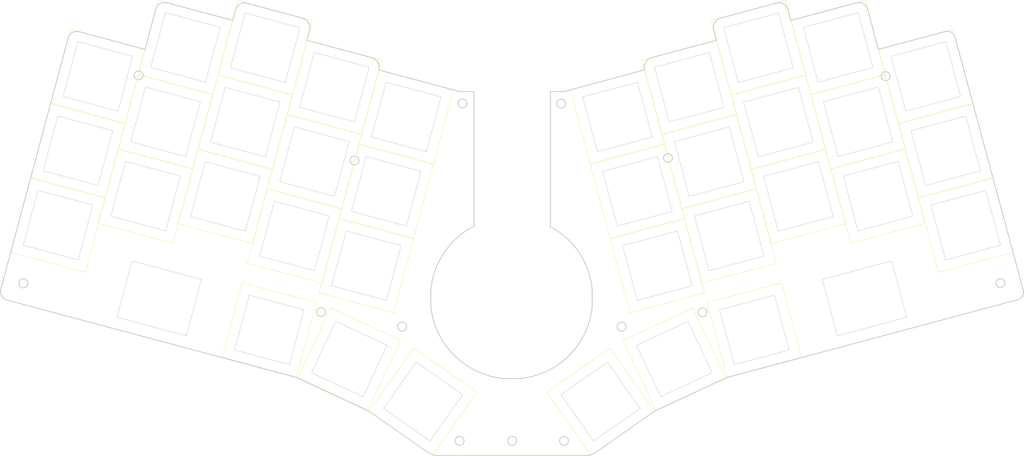
<source format=kicad_pcb>
(kicad_pcb (version 20221018) (generator pcbnew)
  (layers (0 "F.Cu" signal) (31 "B.Cu" signal) (34 "B.Paste" user) (35 "F.Paste" user) (36 "B.SilkS" user "B.Silkscreen") (37 "F.SilkS" user "F.Silkscreen") (38 "B.Mask" user) (39 "F.Mask" user) (44 "Edge.Cuts" user))
  (net 0 "")
  (footprint "fingerpunch-plates:EC11_cutout" (layer "F.Cu") (at 61.793347 109.555301 165)
    (fp_text reference "SW42")
    (fp_text value "RotaryEncoder_Switch")
    (fp_rect (start -9.1 -7.2) (end 8.6 7.2) (stroke (width 0.12)) (fill none) (layer "Edge.Cuts"))
  )
  (footprint "fingerpunch-plates:EC11_cutout" (layer "F.Cu") (at 236.140459 109.555053 15)
    (fp_text reference "SW43")
    (fp_text value "RotaryEncoder_Switch")
    (fp_rect (start -9.1 -7.2) (end 8.6 7.2) (stroke (width 0.12)) (fill none) (layer "Edge.Cuts"))
  )
  (footprint "fingerpunch-plates:Keyswitch_Cutout" (layer "F.Cu") (at 58.687926 84.398263 -15)
    (fp_text reference "SW22" hide)
    (fp_text value "SW_Push" hide)
    (fp_rect (start 9.5 -9.5) (end -9.5 9.5) (stroke (width 0.12)) (fill none) (layer "F.SilkS"))
    (fp_rect (start 7 -7) (end -7 7) (stroke (width 0.12)) (fill none) (layer "Edge.Cuts"))
  )
  (footprint "fingerpunch-plates:Keyswitch_Cutout" (layer "F.Cu") (at 89.181452 117.415599 -15)
    (fp_text reference "SW33" hide)
    (fp_text value "SW_Push" hide)
    (fp_rect (start 9.5 -9.5) (end -9.5 9.5) (stroke (width 0.12)) (fill none) (layer "F.SilkS"))
    (fp_rect (start 7 -7) (end -7 7) (stroke (width 0.12)) (fill none) (layer "Edge.Cuts"))
  )
  (footprint "fingerpunch-plates:Keyswitch_Cutout" (layer "F.Cu") (at 78.334605 84.486188 -15)
    (fp_text reference "SW23" hide)
    (fp_text value "SW_Push" hide)
    (fp_rect (start 9.5 -9.5) (end -9.5 9.5) (stroke (width 0.12)) (fill none) (layer "F.SilkS"))
    (fp_rect (start 7 -7) (end -7 7) (stroke (width 0.12)) (fill none) (layer "Edge.Cuts"))
  )
  (footprint "fingerpunch-plates:Keyswitch_Cutout" (layer "F.Cu") (at 127.101529 135.098026 -35)
    (fp_text reference "SW35" hide)
    (fp_text value "SW_Push" hide)
    (fp_rect (start 9.5 -9.5) (end -9.5 9.5) (stroke (width 0.12)) (fill none) (layer "F.SilkS"))
    (fp_rect (start 7 -7) (end -7 7) (stroke (width 0.12)) (fill none) (layer "Edge.Cuts"))
  )
  (footprint "fingerpunch-plates:Keyswitch_Cutout" (layer "F.Cu") (at 113.098654 101.565758 -15)
    (fp_text reference "SW25" hide)
    (fp_text value "SW_Push" hide)
    (fp_rect (start 9.5 -9.5) (end -9.5 9.5) (stroke (width 0.12)) (fill none) (layer "F.SilkS"))
    (fp_rect (start 7 -7) (end -7 7) (stroke (width 0.12)) (fill none) (layer "Edge.Cuts"))
  )
  (footprint "fingerpunch-plates:Keyswitch_Cutout" (layer "F.Cu") (at 37.100098 91.554769 -15)
    (fp_text reference "SW21" hide)
    (fp_text value "SW_Push" hide)
    (fp_rect (start 9.5 -9.5) (end -9.5 9.5) (stroke (width 0.12)) (fill none) (layer "F.SilkS"))
    (fp_rect (start 7 -7) (end -7 7) (stroke (width 0.12)) (fill none) (layer "Edge.Cuts"))
  )
  (footprint "fingerpunch-plates:Keyswitch_Cutout" (layer "F.Cu") (at 100.310672 75.880791 -15)
    (fp_text reference "SW14" hide)
    (fp_text value "SW_Push" hide)
    (fp_rect (start 9.5 -9.5) (end -9.5 9.5) (stroke (width 0.12)) (fill none) (layer "F.SilkS"))
    (fp_rect (start 7 -7) (end -7 7) (stroke (width 0.12)) (fill none) (layer "Edge.Cuts"))
  )
  (footprint "fingerpunch-plates:Keyswitch_Cutout" (layer "F.Cu") (at 108.91499 124.598028 -25)
    (fp_text reference "SW34" hide)
    (fp_text value "SW_Push" hide)
    (fp_rect (start 9.5 -9.5) (end -9.5 9.5) (stroke (width 0.12)) (fill none) (layer "F.SilkS"))
    (fp_rect (start 7 -7) (end -7 7) (stroke (width 0.12)) (fill none) (layer "Edge.Cuts"))
  )
  (footprint "fingerpunch-plates:Keyswitch_Cutout" (layer "F.Cu") (at 105.228233 57.528196 -15)
    (fp_text reference "SW4" hide)
    (fp_text value "SW_Push" hide)
    (fp_rect (start 9.5 -9.5) (end -9.5 9.5) (stroke (width 0.12)) (fill none) (layer "F.SilkS"))
    (fp_rect (start 7 -7) (end -7 7) (stroke (width 0.12)) (fill none) (layer "Edge.Cuts"))
  )
  (footprint "fingerpunch-plates:Keyswitch_Cutout" (layer "F.Cu") (at 95.393108 94.233375 -15)
    (fp_text reference "SW24" hide)
    (fp_text value "SW_Push" hide)
    (fp_rect (start 9.5 -9.5) (end -9.5 9.5) (stroke (width 0.12)) (fill none) (layer "F.SilkS"))
    (fp_rect (start 7 -7) (end -7 7) (stroke (width 0.12)) (fill none) (layer "Edge.Cuts"))
  )
  (footprint "fingerpunch-plates:Keyswitch_Cutout" (layer "F.Cu") (at 63.605487 66.045666 -15)
    (fp_text reference "SW12" hide)
    (fp_text value "SW_Push" hide)
    (fp_rect (start 9.5 -9.5) (end -9.5 9.5) (stroke (width 0.12)) (fill none) (layer "F.SilkS"))
    (fp_rect (start 7 -7) (end -7 7) (stroke (width 0.12)) (fill none) (layer "Edge.Cuts"))
  )
  (footprint "fingerpunch-plates:Keyswitch_Cutout" (layer "F.Cu") (at 88.169734 47.781006 -15)
    (fp_text reference "SW3" hide)
    (fp_text value "SW_Push" hide)
    (fp_rect (start 9.5 -9.5) (end -9.5 9.5) (stroke (width 0.12)) (fill none) (layer "F.SilkS"))
    (fp_rect (start 7 -7) (end -7 7) (stroke (width 0.12)) (fill none) (layer "Edge.Cuts"))
  )
  (footprint "fingerpunch-plates:Keyswitch_Cutout" (layer "F.Cu") (at 118.016215 83.21317 -15)
    (fp_text reference "SW15" hide)
    (fp_text value "SW_Push" hide)
    (fp_rect (start 9.5 -9.5) (end -9.5 9.5) (stroke (width 0.12)) (fill none) (layer "F.SilkS"))
    (fp_rect (start 7 -7) (end -7 7) (stroke (width 0.12)) (fill none) (layer "Edge.Cuts"))
  )
  (footprint "fingerpunch-plates:Keyswitch_Cutout" (layer "F.Cu") (at 122.933775 64.860573 -15)
    (fp_text reference "SW5" hide)
    (fp_text value "SW_Push" hide)
    (fp_rect (start 9.5 -9.5) (end -9.5 9.5) (stroke (width 0.12)) (fill none) (layer "F.SilkS"))
    (fp_rect (start 7 -7) (end -7 7) (stroke (width 0.12)) (fill none) (layer "Edge.Cuts"))
  )
  (footprint "fingerpunch-plates:Keyswitch_Cutout" (layer "F.Cu") (at 83.252171 66.133595 -15)
    (fp_text reference "SW13" hide)
    (fp_text value "SW_Push" hide)
    (fp_rect (start 9.5 -9.5) (end -9.5 9.5) (stroke (width 0.12)) (fill none) (layer "F.SilkS"))
    (fp_rect (start 7 -7) (end -7 7) (stroke (width 0.12)) (fill none) (layer "Edge.Cuts"))
  )
  (footprint "fingerpunch-plates:Keyswitch_Cutout" (layer "F.Cu") (at 46.935226 54.849587 -15)
    (fp_text reference "SW1" hide)
    (fp_text value "SW_Push" hide)
    (fp_rect (start 9.5 -9.5) (end -9.5 9.5) (stroke (width 0.12)) (fill none) (layer "F.SilkS"))
    (fp_rect (start 7 -7) (end -7 7) (stroke (width 0.12)) (fill none) (layer "Edge.Cuts"))
  )
  (footprint "fingerpunch-plates:Keyswitch_Cutout" (layer "F.Cu") (at 68.52305 47.693086 -15)
    (fp_text reference "SW2" hide)
    (fp_text value "SW_Push" hide)
    (fp_rect (start 9.5 -9.5) (end -9.5 9.5) (stroke (width 0.12)) (fill none) (layer "F.SilkS"))
    (fp_rect (start 7 -7) (end -7 7) (stroke (width 0.12)) (fill none) (layer "Edge.Cuts"))
  )
  (footprint "fingerpunch-plates:Keyswitch_Cutout" (layer "F.Cu") (at 42.017663 73.202178 -15)
    (fp_text reference "SW11" hide)
    (fp_text value "SW_Push" hide)
    (fp_rect (start 9.5 -9.5) (end -9.5 9.5) (stroke (width 0.12)) (fill none) (layer "F.SilkS"))
    (fp_rect (start 7 -7) (end -7 7) (stroke (width 0.12)) (fill none) (layer "Edge.Cuts"))
  )
  (footprint "fingerpunch-plates:Keyswitch_Cutout" (layer "F.Cu") (at 170.836226 135.100298 35)
    (fp_text reference "SW36" hide)
    (fp_text value "SW_Push" hide)
    (fp_rect (start 9.5 -9.5) (end -9.5 9.5) (stroke (width 0.12)) (fill none) (layer "F.SilkS"))
    (fp_rect (start 7 -7) (end -7 7) (stroke (width 0.12)) (fill none) (layer "Edge.Cuts"))
  )
  (footprint "fingerpunch-plates:Keyswitch_Cutout" (layer "F.Cu") (at 239.249824 84.400537 15)
    (fp_text reference "SW29" hide)
    (fp_text value "SW_Push" hide)
    (fp_rect (start 9.5 -9.5) (end -9.5 9.5) (stroke (width 0.12)) (fill none) (layer "F.SilkS"))
    (fp_rect (start 7 -7) (end -7 7) (stroke (width 0.12)) (fill none) (layer "Edge.Cuts"))
  )
  (footprint "fingerpunch-plates:Keyswitch_Cutout" (layer "F.Cu") (at 189.022761 124.600292 25)
    (fp_text reference "SW37" hide)
    (fp_text value "SW_Push" hide)
    (fp_rect (start 9.5 -9.5) (end -9.5 9.5) (stroke (width 0.12)) (fill none) (layer "F.SilkS"))
    (fp_rect (start 7 -7) (end -7 7) (stroke (width 0.12)) (fill none) (layer "Edge.Cuts"))
  )
  (footprint "fingerpunch-plates:Keyswitch_Cutout" (layer "F.Cu") (at 208.756298 117.417878 15)
    (fp_text reference "SW38" hide)
    (fp_text value "SW_Push" hide)
    (fp_rect (start 9.5 -9.5) (end -9.5 9.5) (stroke (width 0.12)) (fill none) (layer "F.SilkS"))
    (fp_rect (start 7 -7) (end -7 7) (stroke (width 0.12)) (fill none) (layer "Edge.Cuts"))
  )
  (footprint "fingerpunch-plates:Keyswitch_Cutout" (layer "F.Cu") (at 260.837656 91.557049 15)
    (fp_text reference "SW30" hide)
    (fp_text value "SW_Push" hide)
    (fp_rect (start 9.5 -9.5) (end -9.5 9.5) (stroke (width 0.12)) (fill none) (layer "F.SilkS"))
    (fp_rect (start 7 -7) (end -7 7) (stroke (width 0.12)) (fill none) (layer "Edge.Cuts"))
  )
  (footprint "fingerpunch-plates:Keyswitch_Cutout" (layer "F.Cu") (at 184.839102 101.568036 15)
    (fp_text reference "SW26" hide)
    (fp_text value "SW_Push" hide)
    (fp_rect (start 9.5 -9.5) (end -9.5 9.5) (stroke (width 0.12)) (fill none) (layer "F.SilkS"))
    (fp_rect (start 7 -7) (end -7 7) (stroke (width 0.12)) (fill none) (layer "Edge.Cuts"))
  )
  (footprint "fingerpunch-plates:Keyswitch_Cutout" (layer "F.Cu") (at 202.544649 94.235662 15)
    (fp_text reference "SW27" hide)
    (fp_text value "SW_Push" hide)
    (fp_rect (start 9.5 -9.5) (end -9.5 9.5) (stroke (width 0.12)) (fill none) (layer "F.SilkS"))
    (fp_rect (start 7 -7) (end -7 7) (stroke (width 0.12)) (fill none) (layer "Edge.Cuts"))
  )
  (footprint "fingerpunch-plates:Keyswitch_Cutout" (layer "F.Cu") (at 219.603141 84.488464 15)
    (fp_text reference "SW28" hide)
    (fp_text value "SW_Push" hide)
    (fp_rect (start 9.5 -9.5) (end -9.5 9.5) (stroke (width 0.12)) (fill none) (layer "F.SilkS"))
    (fp_rect (start 7 -7) (end -7 7) (stroke (width 0.12)) (fill none) (layer "Edge.Cuts"))
  )
  (footprint "fingerpunch-plates:Keyswitch_Cutout" (layer "F.Cu") (at 255.920086 73.204454 15)
    (fp_text reference "SW20" hide)
    (fp_text value "SW_Push" hide)
    (fp_rect (start 9.5 -9.5) (end -9.5 9.5) (stroke (width 0.12)) (fill none) (layer "F.SilkS"))
    (fp_rect (start 7 -7) (end -7 7) (stroke (width 0.12)) (fill none) (layer "Edge.Cuts"))
  )
  (footprint "fingerpunch-plates:Keyswitch_Cutout" (layer "F.Cu") (at 192.709525 57.530482 15)
    (fp_text reference "SW7" hide)
    (fp_text value "SW_Push" hide)
    (fp_rect (start 9.5 -9.5) (end -9.5 9.5) (stroke (width 0.12)) (fill none) (layer "F.SilkS"))
    (fp_rect (start 7 -7) (end -7 7) (stroke (width 0.12)) (fill none) (layer "Edge.Cuts"))
  )
  (footprint "fingerpunch-plates:Keyswitch_Cutout" (layer "F.Cu") (at 229.414703 47.695354 15)
    (fp_text reference "SW9" hide)
    (fp_text value "SW_Push" hide)
    (fp_rect (start 9.5 -9.5) (end -9.5 9.5) (stroke (width 0.12)) (fill none) (layer "F.SilkS"))
    (fp_rect (start 7 -7) (end -7 7) (stroke (width 0.12)) (fill none) (layer "Edge.Cuts"))
  )
  (footprint "fingerpunch-plates:Keyswitch_Cutout" (layer "F.Cu") (at 209.768014 47.783288 15)
    (fp_text reference "SW8" hide)
    (fp_text value "SW_Push" hide)
    (fp_rect (start 9.5 -9.5) (end -9.5 9.5) (stroke (width 0.12)) (fill none) (layer "F.SilkS"))
    (fp_rect (start 7 -7) (end -7 7) (stroke (width 0.12)) (fill none) (layer "Edge.Cuts"))
  )
  (footprint "fingerpunch-plates:Keyswitch_Cutout" (layer "F.Cu") (at 179.921544 83.215447 15)
    (fp_text reference "SW16" hide)
    (fp_text value "SW_Push" hide)
    (fp_rect (start 9.5 -9.5) (end -9.5 9.5) (stroke (width 0.12)) (fill none) (layer "F.SilkS"))
    (fp_rect (start 7 -7) (end -7 7) (stroke (width 0.12)) (fill none) (layer "Edge.Cuts"))
  )
  (footprint "fingerpunch-plates:Keyswitch_Cutout" (layer "F.Cu") (at 234.332265 66.047947 15)
    (fp_text reference "SW19" hide)
    (fp_text value "SW_Push" hide)
    (fp_rect (start 9.5 -9.5) (end -9.5 9.5) (stroke (width 0.12)) (fill none) (layer "F.SilkS"))
    (fp_rect (start 7 -7) (end -7 7) (stroke (width 0.12)) (fill none) (layer "Edge.Cuts"))
  )
  (footprint "fingerpunch-plates:Keyswitch_Cutout" (layer "F.Cu") (at 197.627082 75.883068 15)
    (fp_text reference "SW17" hide)
    (fp_text value "SW_Push" hide)
    (fp_rect (start 9.5 -9.5) (end -9.5 9.5) (stroke (width 0.12)) (fill none) (layer "F.SilkS"))
    (fp_rect (start 7 -7) (end -7 7) (stroke (width 0.12)) (fill none) (layer "Edge.Cuts"))
  )
  (footprint "fingerpunch-plates:Keyswitch_Cutout" (layer "F.Cu") (at 214.68558 66.135876 15)
    (fp_text reference "SW18" hide)
    (fp_text value "SW_Push" hide)
    (fp_rect (start 9.5 -9.5) (end -9.5 9.5) (stroke (width 0.12)) (fill none) (layer "F.SilkS"))
    (fp_rect (start 7 -7) (end -7 7) (stroke (width 0.12)) (fill none) (layer "Edge.Cuts"))
  )
  (footprint "fingerpunch-plates:Keyswitch_Cutout" (layer "F.Cu") (at 251.002529 54.851863 15)
    (fp_text reference "SW10" hide)
    (fp_text value "SW_Push" hide)
    (fp_rect (start 9.5 -9.5) (end -9.5 9.5) (stroke (width 0.12)) (fill none) (layer "F.SilkS"))
    (fp_rect (start 7 -7) (end -7 7) (stroke (width 0.12)) (fill none) (layer "Edge.Cuts"))
  )
  (footprint "fingerpunch-plates:Keyswitch_Cutout" (layer "F.Cu") (at 175.003981 64.86286 15)
    (fp_text reference "SW6" hide)
    (fp_text value "SW_Push" hide)
    (fp_rect (start 9.5 -9.5) (end -9.5 9.5) (stroke (width 0.12)) (fill none) (layer "F.SilkS"))
    (fp_rect (start 7 -7) (end -7 7) (stroke (width 0.12)) (fill none) (layer "Edge.Cuts"))
  )
  (gr_line (start 158.48 58.6) (end 161.837021 58.600533) (stroke (width 0.25)) (layer "Edge.Cuts"))
  (gr_curve (pts (xy 169.688438 147.592631) (xy 168.893833 148.149013) (xy 167.947272 148.447415) (xy 166.977244 148.447347)) (stroke (width 0.25)) (layer "Edge.Cuts"))
  (gr_curve (pts (xy 81.889266 37.025223) (xy 82.415321 36.717872) (xy 83.042461 36.633645) (xy 83.630979 36.791313)) (stroke (width 0.25)) (layer "Edge.Cuts"))
  (gr_line (start 236.680855 38.235287) (end 239.308205 48.196194) (stroke (width 0.25)) (layer "Edge.Cuts"))
  (gr_curve (pts (xy 198.949357 41.598193) (xy 199.274083 41.0274) (xy 199.813899 40.610461) (xy 200.448197 40.440504)) (stroke (width 0.25)) (layer "Edge.Cuts"))
  (gr_line (start 136.038246 58.595454) (end 139.64 58.59) (stroke (width 0.25)) (layer "Edge.Cuts"))
  (gr_circle (center 136.101529 144.786026) (end 137.201529 144.786026) (stroke (width 0.25)) (fill none) (layer "Edge.Cuts"))
  (gr_arc (start 128.98 107.7) (mid 132.263684 98.378067) (end 139.64 91.8) (stroke (width 0.25)) (layer "Edge.Cuts"))
  (gr_curve (pts (xy 255.75239 43.790042) (xy 256.832876 43.50052) (xy 257.943697 44.140785) (xy 258.234774 45.220855)) (stroke (width 0.25)) (layer "Edge.Cuts"))
  (gr_line (start 58.57196 48.193652) (end 61.18388 38.291268) (stroke (width 0.25)) (layer "Edge.Cuts"))
  (gr_curve (pts (xy 24.54689 110.053297) (xy 23.985584 109.902963) (xy 23.50701 109.535768) (xy 23.216483 109.032522)) (stroke (width 0.25)) (layer "Edge.Cuts"))
  (gr_curve (pts (xy 62.230094 36.919487) (xy 62.747339 36.61951) (xy 63.362757 36.537871) (xy 63.940321 36.692633)) (stroke (width 0.25)) (layer "Edge.Cuts"))
  (gr_curve (pts (xy 114.44857 50.225982) (xy 115.084923 50.396469) (xy 115.625887 50.815882) (xy 115.949533 51.389683)) (stroke (width 0.25)) (layer "Edge.Cuts"))
  (gr_line (start 200.448197 40.440504) (end 214.163383 36.765579) (stroke (width 0.25)) (layer "Edge.Cuts"))
  (gr_line (start 63.940321 36.692633) (end 80.159418 41.038472) (stroke (width 0.25)) (layer "Edge.Cuts"))
  (gr_line (start 147 129.43) (end 151.01 129.4) (stroke (width 0.25)) (layer "Edge.Cuts"))
  (gr_line (start 201.990525 129.16377) (end 184.07336 137.520382) (stroke (width 0.25)) (layer "Edge.Cuts"))
  (gr_line (start 161.837021 58.600533) (end 181.682032 53.230977) (stroke (width 0.25)) (layer "Edge.Cuts"))
  (gr_circle (center 187.459984 75.000299) (end 188.559984 75.000299) (stroke (width 0.25)) (fill none) (layer "Edge.Cuts"))
  (gr_line (start 80.159418 41.038472) (end 80.830268 38.427647) (stroke (width 0.25)) (layer "Edge.Cuts"))
  (gr_line (start 217.04218 38.440297) (end 217.720741 41.041014) (stroke (width 0.25)) (layer "Edge.Cuts"))
  (gr_line (start 181.680682 53.233009) (end 181.680676 53.233014) (stroke (width 0.25)) (layer "Edge.Cuts"))
  (gr_curve (pts (xy 214.163383 36.765579) (xy 214.767301 36.603756) (xy 215.410827 36.689561) (xy 215.95124 37.003956)) (stroke (width 0.25)) (layer "Edge.Cuts"))
  (gr_arc (start 147 129.43) (mid 134.723179 123.63918) (end 128.98 111.34) (stroke (width 0.25)) (layer "Edge.Cuts"))
  (gr_line (start 139.64 91.8) (end 139.64 58.59) (stroke (width 0.25)) (layer "Edge.Cuts"))
  (gr_curve (pts (xy 181.905516 51.382026) (xy 182.225047 50.819937) (xy 182.756476 50.409329) (xy 183.381009 50.241987)) (stroke (width 0.25)) (layer "Edge.Cuts"))
  (gr_circle (center 121.91499 116.598028) (end 123.01499 116.598028) (stroke (width 0.25)) (fill none) (layer "Edge.Cuts"))
  (gr_line (start 166.977244 148.447347) (end 130.900378 148.444914) (stroke (width 0.25)) (layer "Edge.Cuts"))
  (gr_arc (start 168.79 111.44) (mid 163.166538 123.6538) (end 151.01 129.4) (stroke (width 0.25)) (layer "Edge.Cuts"))
  (gr_line (start 83.630979 36.791313) (end 97.385299 40.476223) (stroke (width 0.25)) (layer "Edge.Cuts"))
  (gr_curve (pts (xy 130.900378 148.444914) (xy 129.930346 148.444853) (xy 128.983819 148.14634) (xy 128.18925 147.589896)) (stroke (width 0.25)) (layer "Edge.Cuts"))
  (gr_curve (pts (xy 23.216483 109.032522) (xy 22.92595 108.529268) (xy 22.847268 107.931217) (xy 22.997754 107.369949)) (stroke (width 0.25)) (layer "Edge.Cuts"))
  (gr_line (start 128.18925 147.589896) (end 113.806792 137.517739) (stroke (width 0.25)) (layer "Edge.Cuts"))
  (gr_circle (center 101.939354 113.00983) (end 103.039354 113.00983) (stroke (width 0.25)) (fill none) (layer "Edge.Cuts"))
  (gr_curve (pts (xy 198.720053 43.478132) (xy 198.542046 42.84603) (xy 198.624635 42.168966) (xy 198.949357 41.598193)) (stroke (width 0.25)) (layer "Edge.Cuts"))
  (gr_line (start 158.474921 91.98) (end 158.474921 58.6) (stroke (width 0.25)) (layer "Edge.Cuts"))
  (gr_line (start 99.133073 43.539116) (end 98.462661 45.943215) (stroke (width 0.25)) (layer "Edge.Cuts"))
  (gr_line (start 183.381009 50.241987) (end 199.414966 45.945753) (stroke (width 0.25)) (layer "Edge.Cuts"))
  (gr_circle (center 110.199574 75.610022) (end 111.299574 75.610022) (stroke (width 0.25)) (fill none) (layer "Edge.Cuts"))
  (gr_circle (center 241.129431 54.800094) (end 242.229431 54.800094) (stroke (width 0.25)) (fill none) (layer "Edge.Cuts"))
  (gr_circle (center 161.123981 61.55186) (end 162.223981 61.55186) (stroke (width 0.25)) (fill none) (layer "Edge.Cuts"))
  (gr_curve (pts (xy 181.680676 53.233014) (xy 181.504997 52.610782) (xy 181.585981 51.944107) (xy 181.905516 51.382026)) (stroke (width 0.25)) (layer "Edge.Cuts"))
  (gr_line (start 128.98 107.7) (end 128.98 111.34) (stroke (width 0.25)) (layer "Edge.Cuts"))
  (gr_curve (pts (xy 275.033472 107.586701) (xy 275.315335 108.620449) (xy 274.70673 109.682683) (xy 273.674141 109.95933)) (stroke (width 0.25)) (layer "Edge.Cuts"))
  (gr_line (start 258.234774 45.220855) (end 275.033472 107.586701) (stroke (width 0.25)) (layer "Edge.Cuts"))
  (gr_curve (pts (xy 97.385299 40.476223) (xy 98.025114 40.647639) (xy 98.569817 41.06778) (xy 98.898105 41.643074)) (stroke (width 0.25)) (layer "Edge.Cuts"))
  (gr_line (start 95.887097 129.161139) (end 24.54689 110.053297) (stroke (width 0.25)) (layer "Edge.Cuts"))
  (gr_circle (center 195.979663 113.060523) (end 197.079663 113.060523) (stroke (width 0.25)) (fill none) (layer "Edge.Cuts"))
  (gr_circle (center 269.399558 105.87028) (end 270.499558 105.87028) (stroke (width 0.25)) (fill none) (layer "Edge.Cuts"))
  (gr_line (start 184.07336 137.520382) (end 169.688438 147.592631) (stroke (width 0.25)) (layer "Edge.Cuts"))
  (gr_circle (center 56.980128 54.579818) (end 58.080128 54.579818) (stroke (width 0.25)) (fill none) (layer "Edge.Cuts"))
  (gr_circle (center 161.836226 144.786298) (end 162.936226 144.786298) (stroke (width 0.25)) (fill none) (layer "Edge.Cuts"))
  (gr_arc (start 158.474921 91.98) (mid 165.60129 98.386411) (end 168.77 107.43) (stroke (width 0.25)) (layer "Edge.Cuts"))
  (gr_line (start 168.79 111.44) (end 168.77 107.43) (stroke (width 0.25)) (layer "Edge.Cuts"))
  (gr_circle (center 136.81 61.55) (end 137.91 61.55) (stroke (width 0.25)) (fill none) (layer "Edge.Cuts"))
  (gr_line (start 116.170353 53.274152) (end 136.038246 58.595454) (stroke (width 0.25)) (layer "Edge.Cuts"))
  (gr_curve (pts (xy 233.998289 36.679515) (xy 234.560379 36.528907) (xy 235.159295 36.608354) (xy 235.662679 36.900292)) (stroke (width 0.25)) (layer "Edge.Cuts"))
  (gr_line (start 98.462661 45.943215) (end 114.44857 50.225982) (stroke (width 0.25)) (layer "Edge.Cuts"))
  (gr_line (start 199.414966 45.945753) (end 198.720053 43.478132) (stroke (width 0.25)) (layer "Edge.Cuts"))
  (gr_curve (pts (xy 80.830268 38.427647) (xy 80.981895 37.837544) (xy 81.363197 37.332581) (xy 81.889266 37.025223)) (stroke (width 0.25)) (layer "Edge.Cuts"))
  (gr_circle (center 149.065902 144.774231) (end 150.165902 144.774231) (stroke (width 0.25)) (fill none) (layer "Edge.Cuts"))
  (gr_line (start 22.997754 107.369949) (end 39.611296 45.346597) (stroke (width 0.25)) (layer "Edge.Cuts"))
  (gr_line (start 217.720741 41.041014) (end 233.998289 36.679515) (stroke (width 0.25)) (layer "Edge.Cuts"))
  (gr_curve (pts (xy 61.18388 38.291268) (xy 61.336375 37.713105) (xy 61.712855 37.219477) (xy 62.230094 36.919487)) (stroke (width 0.25)) (layer "Edge.Cuts"))
  (gr_line (start 239.308205 48.196194) (end 255.75239 43.790042) (stroke (width 0.25)) (layer "Edge.Cuts"))
  (gr_curve (pts (xy 273.674141 109.95933) (xy 264.468851 112.425421) (xy 223.578857 123.380148) (xy 201.990525 129.16377)) (stroke (width 0.25)) (layer "Edge.Cuts"))
  (gr_circle (center 176.022761 116.600292) (end 177.122761 116.600292) (stroke (width 0.25)) (fill none) (layer "Edge.Cuts"))
  (gr_curve (pts (xy 235.662679 36.900292) (xy 236.166049 37.192221) (xy 236.532434 37.672619) (xy 236.680855 38.235287)) (stroke (width 0.25)) (layer "Edge.Cuts"))
  (gr_circle (center 28.56 105.93) (end 29.66 105.93) (stroke (width 0.25)) (fill none) (layer "Edge.Cuts"))
  (gr_curve (pts (xy 98.898105 41.643074) (xy 99.226395 42.218385) (xy 99.310991 42.901089) (xy 99.133073 43.539116)) (stroke (width 0.25)) (layer "Edge.Cuts"))
  (gr_curve (pts (xy 115.949533 51.389683) (xy 116.273175 51.963505) (xy 116.352275 52.643413) (xy 116.168998 53.276191)) (stroke (width 0.25)) (layer "Edge.Cuts"))
  (gr_line (start 42.252806 43.821599) (end 58.57196 48.193652) (stroke (width 0.25)) (layer "Edge.Cuts"))
  (gr_line (start 113.806792 137.517739) (end 95.887097 129.161139) (stroke (width 0.25)) (layer "Edge.Cuts"))
  (gr_curve (pts (xy 215.95124 37.003956) (xy 216.491663 37.318339) (xy 216.884326 37.835334) (xy 217.04218 38.440297)) (stroke (width 0.25)) (layer "Edge.Cuts"))
  (gr_curve (pts (xy 39.611296 45.346597) (xy 39.919687 44.19609) (xy 41.102276 43.513371) (xy 42.252806 43.821599)) (stroke (width 0.25)) (layer "Edge.Cuts"))
)
</source>
